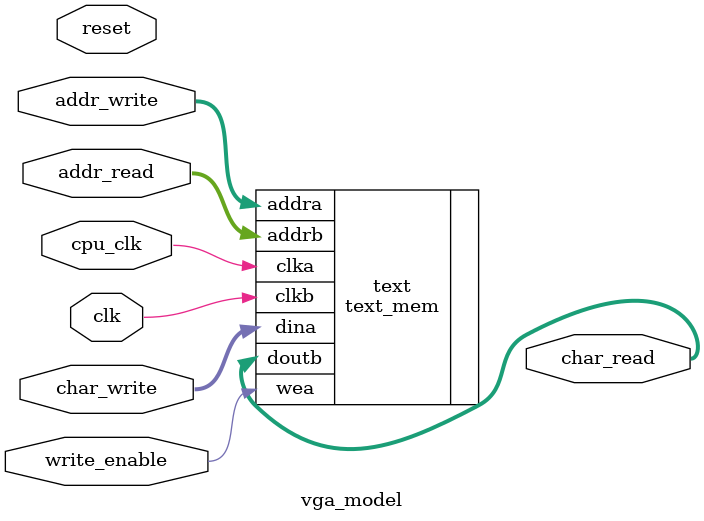
<source format=v>
`timescale 1ns / 1ps


module vga_model #(parameter h_disp = 1280,
                             v_disp = 1024,
                   localparam x_limit = h_disp / 8,
                              y_limit = v_disp / 8,
                              addr_width = $clog2(x_limit * y_limit)) (
    input clk,
    input cpu_clk,
    input reset,
    input [addr_width - 1 : 0] addr_write,
    input write_enable,
    input [7:0] char_write,
    input [addr_width - 1 : 0] addr_read,
    output [7:0] char_read
    );

    // Simple dual port BRAM
    // ena/enb is set to `always enable'
    text_mem text (
        // Write
        .clka  ( cpu_clk      ),
        .addra ( addr_write   ),
        .dina  ( char_write   ),
        .wea   ( write_enable ),
        // Read
        .clkb  ( clk          ),
        .addrb ( addr_read    ),
        .doutb ( char_read    )
    );

endmodule

</source>
